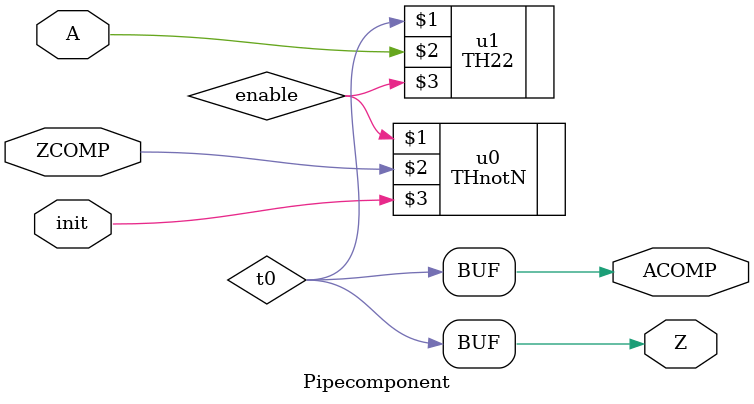
<source format=v>

`timescale 10ps / 1ps


module fanoutfanin1;

wire  A;
wire  B, B2;
wire  Ctop, Cbot;
wire  Dtop, Dbot;
wire  E, F;
wire ACOMP, BCOMP, B2COMP, BtopCOMP, BbotCOMP, CtopCOMP, CbotCOMP, DtopCOMP, DbotCOMP, ECOMP, FCOMP;
  /* Make an init that pulses once. */
  reg init = 0;
  initial begin
     # 1 init = 1;
     # 20 init = 0;
     # 1000 $stop;

  end
initial
 begin
    $dumpfile("fanoutfanin1.vcd");
    $dumpvars(0, fanoutfanin1);
    
 end

///// Testbench
/////////////////////////////
///// Circuit Under Test

THnotN  A0(B, BCOMP, init); // auto produce B input

// fanout fanin pipeline

TH22 u10 (B2COMP, BtopCOMP, BbotCOMP);
Pipecomponent u9 (B2, B2COMP, B, BCOMP, init); // fanout component
Pipecomponent u3 (Ctop, CtopCOMP, B2, BtopCOMP, init);
Pipecomponent u4 (Cbot, CbotCOMP, B2, BbotCOMP, init);
Pipecomponent u5 (Dtop, DCOMP, Ctop, CtopCOMP, init);
Pipecomponent u6 (Dbot, DCOMP, Cbot, CbotCOMP, init);
Pipefanin u7 (E, ECOMP, Dtop, Dbot, DCOMP, init);  // fanin component
Pipecomponent u8 (F, FCOMP, E, ECOMP, init);

assign FCOMP = F;  // auto consume F output
endmodule

module Pipefanin(output Z, input ZCOMP, input A, input B, output ACOMP, input init);
wire t0, enable;
THnotN  u0(enable, ZCOMP, init);
TH33  u1(t0, A, B, enable);
assign Z = t0;
assign ACOMP = t0;
endmodule

module Pipecomponent(output Z, input ZCOMP, input A, output ACOMP, input init);
wire t0, enable;
THnotN  u0(enable, ZCOMP, init);
TH22  u1(t0, A, enable);
assign Z = t0;
assign ACOMP = t0;
endmodule


</source>
